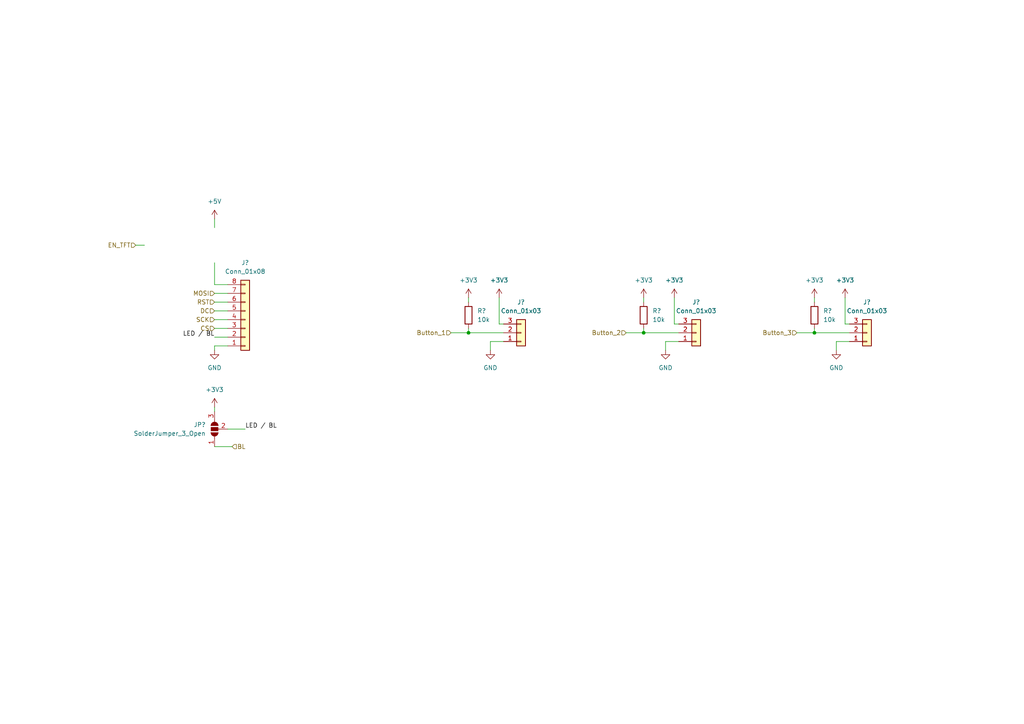
<source format=kicad_sch>
(kicad_sch (version 20211123) (generator eeschema)
  (paper "A4")
  (lib_symbols
    (symbol "Connector_Generic:Conn_01x03" (pin_names (offset 1.016) hide)
      (property "Reference" "J" (at 0 5.08 0))
      (property "Value" "Conn_01x03" (at 0 -5.08 0))
      (symbol "Conn_01x03_1_1"
        (rectangle (start -1.27 -2.413) (end 0 -2.667) (stroke (width 0.1524)))
        (rectangle (start -1.27 0.127) (end 0 -0.127) (stroke (width 0.1524)))
        (rectangle (start -1.27 2.667) (end 0 2.413) (stroke (width 0.1524)))
        (rectangle (start -1.27 3.81) (end 1.27 -3.81) (stroke (width 0.254)) (fill (type background)))
        (pin passive line (at -5.08 2.54 0) (length 3.81) (name "Pin_1") (number "1"))
        (pin passive line (at -5.08 0 0) (length 3.81) (name "Pin_2") (number "2"))
        (pin passive line (at -5.08 -2.54 0) (length 3.81) (name "Pin_3") (number "3"))
      )
    )
    (symbol "Connector_Generic:Conn_01x08" (pin_names (offset 1.016) hide)
      (property "Reference" "J" (at 0 10.16 0))
      (property "Value" "Conn_01x08" (at 0 -12.7 0))
      (symbol "Conn_01x08_1_1"
        (rectangle (start -1.27 -10.033) (end 0 -10.287) (stroke (width 0.1524)))
        (rectangle (start -1.27 -7.493) (end 0 -7.747) (stroke (width 0.1524)))
        (rectangle (start -1.27 -4.953) (end 0 -5.207) (stroke (width 0.1524)))
        (rectangle (start -1.27 -2.413) (end 0 -2.667) (stroke (width 0.1524)))
        (rectangle (start -1.27 0.127) (end 0 -0.127) (stroke (width 0.1524)))
        (rectangle (start -1.27 2.667) (end 0 2.413) (stroke (width 0.1524)))
        (rectangle (start -1.27 5.207) (end 0 4.953) (stroke (width 0.1524)))
        (rectangle (start -1.27 7.747) (end 0 7.493) (stroke (width 0.1524)))
        (rectangle (start -1.27 8.89) (end 1.27 -11.43) (stroke (width 0.254)) (fill (type background)))
        (pin passive line (at -5.08 7.62 0) (length 3.81) (name "Pin_1") (number "1"))
        (pin passive line (at -5.08 5.08 0) (length 3.81) (name "Pin_2") (number "2"))
        (pin passive line (at -5.08 2.54 0) (length 3.81) (name "Pin_3") (number "3"))
        (pin passive line (at -5.08 0 0) (length 3.81) (name "Pin_4") (number "4"))
        (pin passive line (at -5.08 -2.54 0) (length 3.81) (name "Pin_5") (number "5"))
        (pin passive line (at -5.08 -5.08 0) (length 3.81) (name "Pin_6") (number "6"))
        (pin passive line (at -5.08 -7.62 0) (length 3.81) (name "Pin_7") (number "7"))
        (pin passive line (at -5.08 -10.16 0) (length 3.81) (name "Pin_8") (number "8"))
      )
    )
    (symbol "Device:R" (pin_numbers hide) (pin_names (offset 0))
      (property "Reference" "R" (at 2.032 0 90))
      (property "Value" "R" (at 0 0 90))
      (symbol "R_0_1"
        (rectangle (start -1.016 -2.54) (end 1.016 2.54) (stroke (width 0.254)))
      )
      (symbol "R_1_1"
        (pin passive line (at 0 3.81 270) (length 1.27) (name "~") (number "1"))
        (pin passive line (at 0 -3.81 90) (length 1.27) (name "~") (number "2"))
      )
    )
    (symbol "Jumper:SolderJumper_3_Open" (pin_names (offset 0) hide)
      (property "Reference" "JP" (at -2.54 -2.54 0))
      (property "Value" "SolderJumper_3_Open" (at 0 2.794 0))
      (symbol "SolderJumper_3_Open_0_1"
        (arc (start -1.016 1.016) (mid -2.032 0) (end -1.016 -1.016))
        (arc (start -1.016 1.016) (mid -2.032 0) (end -1.016 -1.016) (fill (type outline)))
        (rectangle (start -0.508 1.016) (end 0.508 -1.016) (fill (type outline)))
        (polyline (pts (xy -2.54 0) (xy -2.032 0)))
        (polyline (pts (xy -1.016 1.016) (xy -1.016 -1.016)))
        (polyline (pts (xy 0 -1.27) (xy 0 -1.016)))
        (polyline (pts (xy 1.016 1.016) (xy 1.016 -1.016)))
        (polyline (pts (xy 2.54 0) (xy 2.032 0)))
        (arc (start 1.016 -1.016) (mid 2.032 0) (end 1.016 1.016))
        (arc (start 1.016 -1.016) (mid 2.032 0) (end 1.016 1.016) (fill (type outline)))
      )
      (symbol "SolderJumper_3_Open_1_1"
        (pin passive line (at -5.08 0 0) (length 2.54) (name "A") (number "1"))
        (pin passive line (at 0 -3.81 90) (length 2.54) (name "C") (number "2"))
        (pin passive line (at 5.08 0 180) (length 2.54) (name "B") (number "3"))
      )
    )
    (symbol "power:+3V3" (power) (pin_names (offset 0))
      (property "Value" "+3V3" (at 0 3.556 0))
      (symbol "+3V3_0_1"
        (polyline (pts (xy -0.762 1.27) (xy 0 2.54)))
        (polyline (pts (xy 0 0) (xy 0 2.54)))
        (polyline (pts (xy 0 2.54) (xy 0.762 1.27)))
      )
      (symbol "+3V3_1_1"
        (pin power_in line (at 0 0 90) (length 0) hide (name "+3V3") (number "1"))
      )
    )
    (symbol "power:+5V" (power) (pin_names (offset 0))
      (property "Value" "+5V" (at 0 3.556 0))
      (symbol "+5V_0_1"
        (polyline (pts (xy -0.762 1.27) (xy 0 2.54)))
        (polyline (pts (xy 0 0) (xy 0 2.54)))
        (polyline (pts (xy 0 2.54) (xy 0.762 1.27)))
      )
      (symbol "+5V_1_1"
        (pin power_in line (at 0 0 90) (length 0) hide (name "+5V") (number "1"))
      )
    )
    (symbol "power:GND" (power) (pin_names (offset 0))
      (property "Value" "GND" (at 0 -3.81 0))
      (symbol "GND_0_1"
        (polyline (pts (xy 0 0) (xy 0 -1.27) (xy 1.27 -1.27) (xy 0 -2.54) (xy -1.27 -1.27) (xy 0 -1.27)))
      )
      (symbol "GND_1_1"
        (pin power_in line (at 0 0 270) (length 0) hide (name "GND") (number "1"))
      )
    )
  )
  (junction (at 135.89 96.52))
  (junction (at 186.69 96.52))
  (junction (at 236.22 96.52))
  (wire (pts (xy 245.11 93.98) (xy 246.38 93.98)))
  (wire (pts (xy 135.89 96.52) (xy 146.05 96.52)))
  (wire (pts (xy 62.23 97.79) (xy 66.04 97.79)))
  (wire (pts (xy 142.24 99.06) (xy 142.24 101.6)))
  (wire (pts (xy 195.58 86.36) (xy 195.58 93.98)))
  (wire (pts (xy 186.69 86.36) (xy 186.69 87.63)))
  (wire (pts (xy 144.78 93.98) (xy 146.05 93.98)))
  (wire (pts (xy 62.23 63.5) (xy 62.23 66.04)))
  (wire (pts (xy 62.23 92.71) (xy 66.04 92.71)))
  (wire (pts (xy 186.69 96.52) (xy 196.85 96.52)))
  (wire (pts (xy 130.81 96.52) (xy 135.89 96.52)))
  (wire (pts (xy 135.89 86.36) (xy 135.89 87.63)))
  (wire (pts (xy 236.22 86.36) (xy 236.22 87.63)))
  (wire (pts (xy 144.78 86.36) (xy 144.78 93.98)))
  (wire (pts (xy 62.23 76.2) (xy 62.23 82.55)))
  (wire (pts (xy 236.22 96.52) (xy 246.38 96.52)))
  (wire (pts (xy 62.23 87.63) (xy 66.04 87.63)))
  (wire (pts (xy 62.23 129.54) (xy 67.31 129.54)))
  (wire (pts (xy 62.23 100.33) (xy 66.04 100.33)))
  (wire (pts (xy 135.89 95.25) (xy 135.89 96.52)))
  (wire (pts (xy 39.37 71.12) (xy 41.91 71.12)))
  (wire (pts (xy 236.22 95.25) (xy 236.22 96.52)))
  (wire (pts (xy 193.04 99.06) (xy 193.04 101.6)))
  (wire (pts (xy 62.23 95.25) (xy 66.04 95.25)))
  (wire (pts (xy 193.04 99.06) (xy 196.85 99.06)))
  (wire (pts (xy 62.23 100.33) (xy 62.23 101.6)))
  (wire (pts (xy 66.04 124.46) (xy 71.12 124.46)))
  (wire (pts (xy 142.24 99.06) (xy 146.05 99.06)))
  (wire (pts (xy 242.57 99.06) (xy 246.38 99.06)))
  (wire (pts (xy 66.04 82.55) (xy 62.23 82.55)))
  (wire (pts (xy 245.11 86.36) (xy 245.11 93.98)))
  (wire (pts (xy 62.23 85.09) (xy 66.04 85.09)))
  (wire (pts (xy 195.58 93.98) (xy 196.85 93.98)))
  (wire (pts (xy 181.61 96.52) (xy 186.69 96.52)))
  (wire (pts (xy 242.57 99.06) (xy 242.57 101.6)))
  (wire (pts (xy 186.69 95.25) (xy 186.69 96.52)))
  (wire (pts (xy 62.23 118.11) (xy 62.23 119.38)))
  (wire (pts (xy 231.14 96.52) (xy 236.22 96.52)))
  (wire (pts (xy 62.23 90.17) (xy 66.04 90.17)))
  (label "LED {slash} BL" (at 71.12 124.46 0))
  (label "LED {slash} BL" (at 62.23 97.79 180))
  (hierarchical_label "DC" (shape input) (at 62.23 90.17 180))
  (hierarchical_label "SCK" (shape input) (at 62.23 92.71 180))
  (hierarchical_label "Button_3" (shape input) (at 231.14 96.52 180))
  (hierarchical_label "BL" (shape input) (at 67.31 129.54 0))
  (hierarchical_label "CS" (shape input) (at 62.23 95.25 180))
  (hierarchical_label "Button_1" (shape input) (at 130.81 96.52 180))
  (hierarchical_label "RST" (shape input) (at 62.23 87.63 180))
  (hierarchical_label "Button_2" (shape input) (at 181.61 96.52 180))
  (hierarchical_label "EN_TFT" (shape input) (at 39.37 71.12 180))
  (hierarchical_label "MOSI" (shape input) (at 62.23 85.09 180))
  (symbol (lib_id "power:+3V3") (at 236.22 86.36 0) (unit 1)
    (property "Reference" "#PWR?" (effects hide))
    (property "Value" "+3V3" (at 236.22 81.28 0))
  )
  (symbol (lib_id "power:+3V3") (at 144.78 86.36 0) (unit 1)
    (property "Reference" "#PWR?" (effects hide))
    (property "Value" "+3V3" (at 144.78 81.28 0))
  )
  (symbol (lib_id "power:GND") (at 62.23 101.6 0) (unit 1)
    (property "Reference" "#PWR?" (effects hide))
    (property "Value" "GND" (at 62.23 106.68 0))
  )
  (symbol (lib_id "power:+3V3") (at 195.58 86.36 0) (unit 1)
    (property "Reference" "#PWR?" (effects hide))
    (property "Value" "+3V3" (at 195.58 81.28 0))
  )
  (symbol (lib_id "power:GND") (at 193.04 101.6 0) (unit 1)
    (property "Reference" "#PWR?" (effects hide))
    (property "Value" "GND" (at 193.04 106.68 0))
  )
  (symbol (lib_id "Device:R") (at 135.89 91.44 0) (unit 1)
    (property "Reference" "R?" (at 138.43 90.1699 0) (effects (justify left)))
    (property "Value" "10k" (at 138.43 92.7099 0) (effects (justify left)))
    (property "Footprint" "Resistor_SMD:R_0805_2012Metric" (effects hide))
  )
  (symbol (lib_id "Connector_Generic:Conn_01x03") (at 201.93 96.52 0) (mirror x) (unit 1)
    (property "Reference" "J?" (at 201.93 87.63 0))
    (property "Value" "Conn_01x03" (at 201.93 90.17 0))
    (property "Footprint" "Connector_JST:JST_PH_B3B-PH-K_1x03_P2.00mm_Vertical" (effects hide))
  )
  (symbol (lib_id "Connector_Generic:Conn_01x03") (at 151.13 96.52 0) (mirror x) (unit 1)
    (property "Reference" "J?" (at 151.13 87.63 0))
    (property "Value" "Conn_01x03" (at 151.13 90.17 0))
    (property "Footprint" "Connector_JST:JST_PH_B3B-PH-K_1x03_P2.00mm_Vertical" (effects hide))
  )
  (symbol (lib_id "power:GND") (at 142.24 101.6 0) (unit 1)
    (property "Reference" "#PWR?" (effects hide))
    (property "Value" "GND" (at 142.24 106.68 0))
  )
  (symbol (lib_id "power:+3V3") (at 62.23 118.11 0) (unit 1)
    (property "Reference" "#PWR?" (effects hide))
    (property "Value" "+3V3" (at 62.23 113.03 0))
  )
  (symbol (lib_id "power:+3V3") (at 245.11 86.36 0) (unit 1)
    (property "Reference" "#PWR?" (effects hide))
    (property "Value" "+3V3" (at 245.11 81.28 0))
  )
  (symbol (lib_id "Jumper:SolderJumper_3_Open") (at 62.23 124.46 90) (unit 1)
    (property "Reference" "JP?" (at 59.69 123.1899 90) (effects (justify left)))
    (property "Value" "SolderJumper_3_Open" (at 59.69 125.7299 90) (effects (justify left)))
    (property "Footprint" "Jumper:SolderJumper-3_P1.3mm_Open_Pad1.0x1.5mm" (effects hide))
  )
  (symbol (lib_id "power:+3V3") (at 186.69 86.36 0) (unit 1)
    (property "Reference" "#PWR?" (effects hide))
    (property "Value" "+3V3" (at 186.69 81.28 0))
  )
  (symbol (lib_id "Connector_Generic:Conn_01x03") (at 251.46 96.52 0) (mirror x) (unit 1)
    (property "Reference" "J?" (at 251.46 87.63 0))
    (property "Value" "Conn_01x03" (at 251.46 90.17 0))
    (property "Footprint" "Connector_JST:JST_PH_B3B-PH-K_1x03_P2.00mm_Vertical" (effects hide))
  )
  (symbol (lib_id "power:GND") (at 242.57 101.6 0) (unit 1)
    (property "Reference" "#PWR?" (effects hide))
    (property "Value" "GND" (at 242.57 106.68 0))
  )
  (symbol (lib_id "Device:R") (at 186.69 91.44 0) (unit 1)
    (property "Reference" "R?" (at 189.23 90.1699 0) (effects (justify left)))
    (property "Value" "10k" (at 189.23 92.7099 0) (effects (justify left)))
    (property "Footprint" "Resistor_SMD:R_0805_2012Metric" (effects hide))
  )
  (symbol (lib_id "Connector_Generic:Conn_01x08") (at 71.12 92.71 0) (mirror x) (unit 1)
    (property "Reference" "J?" (at 71.12 76.2 0))
    (property "Value" "Conn_01x08" (at 71.12 78.74 0))
    (property "Footprint" "Connector_JST:JST_PH_B8B-PH-K_1x08_P2.00mm_Vertical" (effects hide))
  )
  (symbol (lib_id "power:+5V") (at 62.23 63.5 0) (unit 1)
    (property "Reference" "#PWR?" (effects hide))
    (property "Value" "+5V" (at 62.23 58.42 0))
  )
  (symbol (lib_id "power:+3V3") (at 135.89 86.36 0) (unit 1)
    (property "Reference" "#PWR?" (effects hide))
    (property "Value" "+3V3" (at 135.89 81.28 0))
  )
  (symbol (lib_id "Device:R") (at 236.22 91.44 0) (unit 1)
    (property "Reference" "R?" (at 238.76 90.1699 0) (effects (justify left)))
    (property "Value" "10k" (at 238.76 92.7099 0) (effects (justify left)))
    (property "Footprint" "Resistor_SMD:R_0805_2012Metric" (effects hide))
  )
)
</source>
